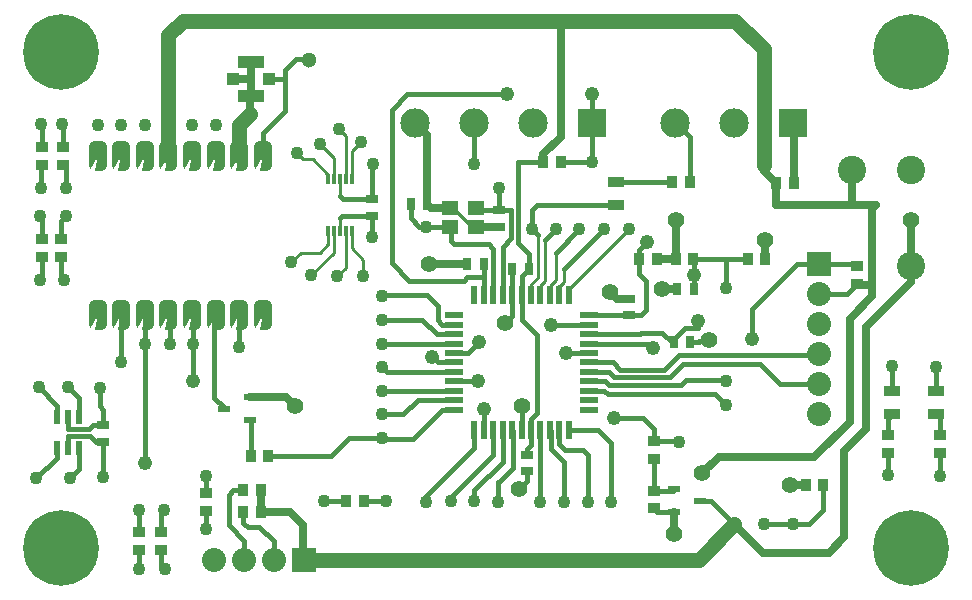
<source format=gtl>
G04 DesignSpark PCB Gerber Version 10.0 Build 5299*
G04 #@! TF.Part,Single*
G04 #@! TF.FileFunction,Copper,L1,Top*
G04 #@! TF.FilePolarity,Positive*
%FSLAX35Y35*%
%MOIN*%
G04 #@! TA.AperFunction,ComponentPad*
%AMT70*0 Rounded Rectangle Pad at angle 0*4,1,56,-0.00984,-0.04921,0.00984,-0.04921,0.01222,-0.04907,0.01456,-0.04864,0.01682,-0.04793,0.01899,-0.04696,0.02103,-0.04573,0.02290,-0.04426,0.02458,-0.04258,0.02604,-0.04071,0.02727,-0.03868,0.02825,-0.03651,0.02896,-0.03424,0.02939,-0.03190,0.02953,-0.02953,0.02953,0.02953,0.02939,0.03190,0.02896,0.03424,0.02825,0.03651,0.02727,0.03868,0.02604,0.04071,0.02458,0.04258,0.02290,0.04426,0.02103,0.04573,0.01899,0.04696,0.01682,0.04793,0.01456,0.04864,0.01222,0.04907,0.00984,0.04921,-0.00984,0.04921,-0.01222,0.04907,-0.01456,0.04864,-0.01682,0.04793,-0.01899,0.04696,-0.02103,0.04573,-0.02290,0.04426,-0.02458,0.04258,-0.02604,0.04071,-0.02727,0.03868,-0.02825,0.03651,-0.02896,0.03424,-0.02939,0.03190,-0.02953,0.02953,-0.02953,-0.02953,-0.02939,-0.03190,-0.02896,-0.03424,-0.02825,-0.03651,-0.02727,-0.03868,-0.02604,-0.04071,-0.02458,-0.04258,-0.02290,-0.04426,-0.02103,-0.04573,-0.01899,-0.04696,-0.01682,-0.04793,-0.01456,-0.04864,-0.01222,-0.04907,-0.00984,-0.04921,0*%
%ADD70T70*%
G04 #@! TA.AperFunction,SMDPad,CuDef*
%ADD81R,0.01457X0.03543*%
%ADD80R,0.02165X0.04724*%
%ADD71R,0.02200X0.05900*%
%ADD28R,0.03071X0.03858*%
%ADD23R,0.03346X0.03937*%
G04 #@! TA.AperFunction,ComponentPad*
%ADD77R,0.09800X0.09800*%
%ADD72R,0.08000X0.08000*%
G04 #@! TD.AperFunction*
%ADD13C,0.01000*%
%ADD15C,0.01500*%
%ADD16C,0.02500*%
G04 #@! TA.AperFunction,ComponentPad*
%ADD74C,0.04331*%
G04 #@! TA.AperFunction,ViaPad*
%ADD19C,0.04800*%
G04 #@! TD.AperFunction*
%ADD17C,0.05000*%
G04 #@! TA.AperFunction,ComponentPad*
%ADD76C,0.05118*%
G04 #@! TA.AperFunction,ViaPad*
%ADD18C,0.05600*%
G04 #@! TA.AperFunction,SMDPad,CuDef*
%ADD20R,0.05900X0.02200*%
%ADD25R,0.04134X0.02362*%
%ADD27R,0.03858X0.03071*%
%ADD24R,0.03937X0.03346*%
%ADD29R,0.05512X0.03543*%
%ADD22R,0.04134X0.03937*%
%ADD21R,0.08661X0.04134*%
%ADD26R,0.05512X0.04724*%
G04 #@! TA.AperFunction,ComponentPad*
%ADD73C,0.08000*%
%ADD79C,0.09449*%
%ADD78C,0.09800*%
%ADD75C,0.25197*%
G04 #@! TD.AperFunction*
X0Y0D02*
D02*
D13*
X104974Y121510D02*
Y117179D01*
X102219Y114423D01*
X95919D01*
X92770Y111274D01*
X104974Y138833D02*
Y140407D01*
X99856Y145526D01*
X96707D01*
X94738Y147494D01*
X106943Y121510D02*
Y114423D01*
X99463Y106943D01*
X106943Y138833D02*
Y145919D01*
X102219Y150644D01*
X108911Y125841D02*
Y121510D01*
Y133321D02*
Y138833D01*
X110880Y121510D02*
Y109305D01*
X108124Y106549D01*
X110880Y138833D02*
Y153400D01*
X108518Y155762D01*
X112848Y121510D02*
Y115998D01*
X116785Y112061D01*
Y106549D01*
X112848Y138833D02*
Y148281D01*
X115998Y151431D01*
X154187Y123085D02*
X153006D01*
X146707Y129384D01*
X145526D01*
X172691Y100250D02*
Y103793D01*
X175053Y106156D01*
Y120329D01*
X175841Y100250D02*
Y103400D01*
X177415Y104974D01*
Y118754D01*
X178990Y100250D02*
Y103400D01*
X180959Y105368D01*
Y114423D01*
X182140Y103006D02*
X183715Y104581D01*
Y108911D01*
X185289Y102219D02*
X205368Y122297D01*
D02*
D15*
X9305Y136077D02*
Y143360D01*
X9699Y143754D01*
Y113045D02*
Y106156D01*
X8911Y105368D01*
X9699Y118951D02*
Y125841D01*
X8911Y126628D01*
X9699Y149659D02*
Y156943D01*
X9305Y157337D01*
X14620Y49463D02*
Y46116D01*
X7730Y39226D01*
X14620Y59699D02*
Y63439D01*
X8518Y69541D01*
X15998Y113045D02*
Y106549D01*
X17179Y105368D01*
X15998Y118951D02*
Y125053D01*
X17573Y126628D01*
X16785Y149659D02*
Y156943D01*
X16392Y157337D01*
X17573Y136077D02*
Y142967D01*
X16785Y143754D01*
X22100Y49463D02*
Y42179D01*
X19148Y39226D01*
X22100Y59699D02*
Y65801D01*
X18360Y69541D01*
X30171Y39620D02*
Y51431D01*
X27809D01*
X25841Y53400D01*
X18360D01*
Y49463D01*
X30171Y56943D02*
Y62061D01*
X28990Y63242D01*
Y69148D01*
X30171Y56943D02*
X26628D01*
X25447Y55762D01*
X18360D01*
Y59699D01*
X36077Y77809D02*
Y93557D01*
X41982Y15407D02*
Y8911D01*
Y21313D02*
Y28596D01*
X43951Y44344D02*
Y84108D01*
Y93557D01*
X49463Y15407D02*
Y10093D01*
X50644Y8911D01*
X49463Y21313D02*
Y27809D01*
X50250Y28596D01*
X52219Y84108D02*
Y93163D01*
X51825Y93557D01*
X60093Y71510D02*
Y84108D01*
Y93163D01*
X59699Y93557D01*
X64423Y22297D02*
Y28400D01*
Y40014D02*
Y34305D01*
X70329Y62455D02*
Y62848D01*
X67179Y65998D01*
Y93163D01*
X67573Y93557D01*
X75447Y82927D02*
Y93557D01*
X76825Y27809D02*
Y24463D01*
X78203Y23085D01*
X82140D01*
X86864Y18360D01*
Y12297D01*
X87100Y12061D01*
X76825Y35289D02*
X73478D01*
X71904Y33715D01*
Y23478D01*
X77022Y18360D01*
Y12140D01*
X77100Y12061D01*
X79187Y46707D02*
Y58518D01*
X78990Y58715D01*
X83321Y146707D02*
Y154187D01*
X90801Y161667D01*
Y172297D01*
X85388D02*
X90801D01*
Y175447D01*
X94344Y178990D01*
X98281D01*
X98675Y178596D01*
X103793Y31746D02*
X111077D01*
X116982D02*
X124266D01*
X119541Y126628D02*
Y119541D01*
Y126628D02*
X109699D01*
X108911Y125841D01*
X119541Y132140D02*
Y143557D01*
X119935Y143951D01*
X119541Y132140D02*
X110093D01*
X108911Y133321D01*
X123085Y52612D02*
X112061D01*
X106156Y46707D01*
X85093D01*
X137652Y31352D02*
Y33321D01*
X153793Y49463D01*
Y55368D01*
X137652Y123085D02*
X135289D01*
X132533Y125841D01*
Y130565D01*
X137652Y123085D02*
X145526D01*
X145919Y31746D02*
Y32927D01*
X160093Y47100D01*
Y55368D01*
X147100Y62061D02*
X143163D01*
X133321Y52219D01*
X123478D01*
X123085Y52612D01*
X147100Y65211D02*
X134896D01*
X130171Y60486D01*
X123085D01*
X147100Y68360D02*
X123085D01*
X147100Y71510D02*
X154974D01*
X147100Y74659D02*
X124659D01*
X123085Y76234D01*
X147100Y77809D02*
X141589D01*
X139620Y79778D01*
X147100Y80959D02*
X151825D01*
X155368Y84502D01*
X147100Y84108D02*
X123085D01*
X147100Y87258D02*
X141195D01*
X136470Y91982D01*
X123085D01*
X147100Y90407D02*
X143163D01*
X141589Y91982D01*
Y96707D01*
X138045Y100250D01*
X123478D01*
X123085Y99856D01*
X153793Y31746D02*
Y35289D01*
X163242Y44738D01*
Y55368D01*
X153793Y143951D02*
Y157730D01*
X156943Y55368D02*
Y62455D01*
Y100250D02*
Y106156D01*
Y110486D01*
X160093Y100250D02*
Y115604D01*
X158518Y117179D01*
X147100D01*
X145919Y118360D01*
Y122691D01*
X145526Y123085D01*
X161667Y31352D02*
Y38045D01*
X162061D01*
X166785Y42770D01*
Y54974D01*
X166392Y55368D01*
X162061Y128596D02*
X154974D01*
X154187Y129384D01*
X162061Y128596D02*
Y136077D01*
X163242Y100250D02*
Y116392D01*
X165998Y119148D01*
Y128596D01*
X162061D01*
X164817Y167179D02*
X131352D01*
X126234Y162061D01*
Y110880D01*
X132140Y104974D01*
X150250D01*
X151431Y106156D01*
X156943D01*
X166392Y100250D02*
Y108911D01*
Y100250D02*
Y93163D01*
X164030Y90801D01*
X169541Y55368D02*
Y63242D01*
Y100250D02*
Y106549D01*
X171904Y108911D01*
X171510Y41589D02*
Y38439D01*
X168754Y35683D01*
X171510Y47100D02*
Y49069D01*
X172691Y50250D01*
Y55368D01*
X171904Y108911D02*
Y114030D01*
X168360Y117573D01*
Y144738D01*
X176825D01*
X172691Y55368D02*
Y58911D01*
X174659Y60880D01*
Y86864D01*
X169541Y91982D01*
Y100250D01*
X175053Y120329D02*
X173085Y122297D01*
X175841Y31352D02*
Y39620D01*
Y55368D01*
X177415Y118754D02*
X180959Y122297D01*
Y114423D02*
X188833Y122297D01*
X182140Y100250D02*
Y103006D01*
X182730Y144738D02*
X193163D01*
X183715Y31352D02*
Y44738D01*
X179384Y49069D01*
Y54974D01*
X178990Y55368D01*
X183715Y108911D02*
X197100Y122297D01*
X185289Y100250D02*
Y102219D01*
X191589Y31352D02*
Y47100D01*
X190014Y48675D01*
X184108D01*
X182140Y50644D01*
Y55368D01*
X191982Y68360D02*
X197100D01*
X198281Y67179D01*
X234108D01*
X237652Y63636D01*
X191982Y71510D02*
X197494D01*
X198675Y70329D01*
X222691D01*
X224266Y71904D01*
X237258D01*
X237652Y71510D01*
X191982Y74659D02*
X198675D01*
X200250Y73085D01*
X219148D01*
X223478Y77415D01*
X249069D01*
X255762Y70722D01*
X268518D01*
X268754Y70486D01*
X191982Y77809D02*
X199856D01*
X202219Y75447D01*
X217179D01*
X221904Y80171D01*
X268439D01*
X268754Y80486D01*
X191982Y80959D02*
X184502D01*
X191982Y84108D02*
X213242D01*
Y82533D01*
X191982Y90407D02*
X179384D01*
X191982Y93557D02*
X205368D01*
X193163Y144738D02*
Y157730D01*
Y167179D01*
X199463Y31352D02*
Y51037D01*
X195132Y55368D01*
X185289D01*
X200250Y59305D02*
X210093D01*
X213636Y55762D01*
Y51628D01*
X201037Y130171D02*
X174659D01*
X173085Y128596D01*
Y122297D01*
X201037Y138045D02*
X219738D01*
X208715Y112455D02*
Y115407D01*
X211274Y117967D01*
X208715Y112455D02*
Y107140D01*
X210880Y104974D01*
Y95132D01*
X209305Y93557D01*
X205368D01*
X213636Y35093D02*
X219935D01*
X220329Y35486D01*
X213636Y45722D02*
Y35093D01*
Y51628D02*
X221707D01*
X221904Y51431D01*
X220329Y28006D02*
X214817D01*
X213636Y29187D01*
X220329Y84502D02*
Y85683D01*
X223872Y89226D01*
X228203D01*
Y91589D01*
X220329Y84502D02*
X219541D01*
X216392Y87652D01*
X209305D01*
X208911Y87258D01*
X191982D01*
X225644Y138045D02*
Y152809D01*
X220722Y157730D01*
X226825Y112455D02*
X237652D01*
X227022Y102219D02*
Y112258D01*
X226825Y112455D01*
X227022Y106943D02*
Y102219D01*
X228990Y31746D02*
X232533D01*
X240407Y23872D01*
X232140Y85289D02*
Y84896D01*
X228596D01*
Y84502D01*
X225841D01*
X237652Y102612D02*
Y112455D01*
X244935D01*
X246313Y85683D02*
Y95526D01*
X261274Y110486D01*
X268754D01*
X250250Y23872D02*
X260093D01*
X265211D01*
X269935Y28596D01*
Y36667D01*
X270132Y36864D01*
X268754Y100486D02*
X277848D01*
X281352Y103990D01*
X268754Y110486D02*
X280762D01*
X281352Y109896D01*
X291589Y40407D02*
Y47691D01*
Y53596D02*
Y58911D01*
X293163Y60486D01*
Y76628D02*
Y68360D01*
X307730Y76234D02*
Y68360D01*
X308911Y40014D02*
Y47691D01*
Y53596D02*
Y59305D01*
X307730Y60486D01*
D02*
D16*
X73498Y172297D02*
X79384D01*
X78990Y66195D02*
X90998D01*
X93951Y63242D01*
X78990Y160486D02*
Y166096D01*
X79384Y166490D01*
Y172297D01*
Y178104D01*
X82730Y27809D02*
X92376D01*
X96707Y23478D01*
Y12455D01*
X97100Y12061D01*
X82730Y27809D02*
Y35289D01*
X138045Y130565D02*
Y153793D01*
X134108Y157730D01*
X145526Y129384D02*
X139226D01*
X138045Y130565D01*
X151431Y110486D02*
X138833D01*
X154187Y123085D02*
X162061D01*
X176825Y144738D02*
Y147297D01*
X182533Y153006D01*
Y191589D01*
X205368Y99069D02*
X201431D01*
X199069Y101431D01*
X214620Y112455D02*
X220919D01*
X220329Y20722D02*
Y28006D01*
X220919Y112455D02*
Y125447D01*
X221510Y102219D02*
X216392D01*
X229778Y40801D02*
X235289Y46313D01*
X267179D01*
X278990Y58124D01*
Y92376D01*
X286470Y99856D01*
Y103793D01*
X250250Y143557D02*
Y141785D01*
X254384Y137652D01*
X250841Y112455D02*
Y118754D01*
X254384Y137652D02*
Y130171D01*
X279778D01*
X260289Y137652D02*
Y157533D01*
X260093Y157730D01*
X264226Y36864D02*
X258911D01*
X277022Y47888D02*
Y48281D01*
X284502Y55762D01*
Y89620D01*
X299463Y104581D01*
Y110093D01*
X277022Y47888D02*
Y19541D01*
X271904Y14423D01*
X249856D01*
X240407Y23872D01*
X279778Y141982D02*
Y130171D01*
X281352Y103990D02*
X281549Y103793D01*
X286470D01*
Y128990D01*
X287652Y130171D01*
X279778D01*
X299463Y110093D02*
Y125447D01*
D02*
D17*
X51825Y146707D02*
Y186864D01*
X56549Y191589D01*
X182533D01*
X75447Y146707D02*
Y156943D01*
X78990Y160486D01*
X97100Y12061D02*
X228596D01*
X240407Y23872D01*
X182533Y191589D02*
X240801D01*
X250250Y182140D01*
Y143557D01*
D02*
D18*
X93951Y63242D03*
X138833Y110486D03*
X164030Y90801D03*
X168754Y35683D03*
X169541Y63242D03*
X199069Y101431D03*
X216392Y102219D03*
X220329Y20722D03*
X220919Y125447D03*
X229778Y40801D03*
X232140Y85289D03*
X250841Y118754D03*
X258911Y36864D03*
X299463Y125447D03*
D02*
D19*
X43951Y44344D03*
X60093Y71510D03*
X139620Y79778D03*
X154974Y71510D03*
X155368Y84502D03*
X156943Y62455D03*
X164817Y167179D03*
X179384Y90407D03*
X184502Y80959D03*
X193163Y167179D03*
X200250Y59305D03*
X211274Y117967D03*
X213242Y82533D03*
X227022Y106943D03*
X228203Y91589D03*
X246313Y85683D03*
D02*
D70*
X28203Y93557D03*
Y146707D03*
X36077Y93557D03*
Y146707D03*
X43951Y93557D03*
Y146707D03*
X51825Y93557D03*
Y146707D03*
X59699Y93557D03*
Y146707D03*
X67573Y93557D03*
Y146707D03*
X75447Y93557D03*
Y146707D03*
X83321Y93557D03*
Y146707D03*
D02*
D71*
X153793Y55368D03*
Y100250D03*
X156943Y55368D03*
Y100250D03*
X160093Y55368D03*
Y100250D03*
X163242Y55368D03*
Y100250D03*
X166392Y55368D03*
Y100250D03*
X169541Y55368D03*
Y100250D03*
X172691Y55368D03*
Y100250D03*
X175841Y55368D03*
Y100250D03*
X178990Y55368D03*
Y100250D03*
X182140Y55368D03*
Y100250D03*
X185289Y55368D03*
Y100250D03*
D02*
D20*
X147100Y62061D03*
Y65211D03*
Y68360D03*
Y71510D03*
Y74659D03*
Y77809D03*
Y80959D03*
Y84108D03*
Y87258D03*
Y90407D03*
Y93557D03*
X191982Y62061D03*
Y65211D03*
Y68360D03*
Y71510D03*
Y74659D03*
Y77809D03*
Y80959D03*
Y84108D03*
Y87258D03*
Y90407D03*
Y93557D03*
D02*
D21*
X79384Y166490D03*
Y178104D03*
D02*
D22*
X73498Y172297D03*
X85388D03*
D02*
D23*
X76825Y27809D03*
Y35289D03*
X79187Y46707D03*
X82730Y27809D03*
Y35289D03*
X85093Y46707D03*
X111077Y31746D03*
X116982D03*
X176825Y144738D03*
X182730D03*
X208715Y112455D03*
X214620D03*
X219738Y138045D03*
X220919Y112455D03*
X225644Y138045D03*
X226825Y112455D03*
X244935D03*
X250841D03*
X254384Y137652D03*
X260289D03*
X264226Y36864D03*
X270132D03*
D02*
D24*
X9699Y113045D03*
Y118951D03*
Y143754D03*
Y149659D03*
X15998Y113045D03*
Y118951D03*
X16785Y143754D03*
Y149659D03*
X41982Y15407D03*
Y21313D03*
X49463Y15407D03*
Y21313D03*
X64423Y28400D03*
Y34305D03*
X213636Y29187D03*
Y35093D03*
Y45722D03*
Y51628D03*
X281352Y103990D03*
Y109896D03*
X291589Y47691D03*
Y53596D03*
X308911Y47691D03*
Y53596D03*
D02*
D25*
X70329Y62455D03*
X78990Y58715D03*
Y66195D03*
X220329Y28006D03*
Y35486D03*
X228990Y31746D03*
D02*
D26*
X145526Y123085D03*
Y129384D03*
X154187Y123085D03*
Y129384D03*
D02*
D27*
X30171Y51431D03*
Y56943D03*
X119541Y126628D03*
Y132140D03*
X162061Y123085D03*
Y128596D03*
X171510Y41589D03*
Y47100D03*
X205368Y93557D03*
Y99069D03*
D02*
D28*
X132533Y130565D03*
X138045D03*
X151431Y110486D03*
X156943D03*
X166392Y108911D03*
X171904D03*
X220329Y84502D03*
X221510Y102219D03*
X225841Y84502D03*
X227022Y102219D03*
D02*
D29*
X201037Y130171D03*
Y138045D03*
X293163Y60486D03*
Y68360D03*
X307730Y60486D03*
Y68360D03*
D02*
D72*
X97100Y12061D03*
X268754Y110486D03*
D02*
D73*
X67100Y12061D03*
X77100D03*
X87100D03*
X268754Y60486D03*
Y70486D03*
Y80486D03*
Y90486D03*
Y100486D03*
D02*
D74*
X7730Y39226D03*
X8518Y69541D03*
X8911Y105368D03*
Y126628D03*
X9305Y136077D03*
Y157337D03*
X16392D03*
X17179Y105368D03*
X17573Y126628D03*
Y136077D03*
X18360Y69541D03*
X19148Y39226D03*
X28203Y156943D03*
X28990Y69148D03*
X30171Y39620D03*
X36077Y77809D03*
Y156943D03*
X41982Y8911D03*
Y28596D03*
X43951Y84108D03*
Y156943D03*
X50250Y28596D03*
X50644Y8911D03*
X52219Y84108D03*
X59699Y156943D03*
X60093Y84108D03*
X64423Y22297D03*
Y40014D03*
X67573Y156943D03*
X75447Y82927D03*
X92770Y111274D03*
X94738Y147494D03*
X99463Y106943D03*
X102219Y150644D03*
X103793Y31746D03*
X108124Y106549D03*
X108518Y155762D03*
X115998Y151431D03*
X116785Y106549D03*
X119541Y119541D03*
X119935Y143951D03*
X123085Y52612D03*
Y60486D03*
Y68360D03*
Y76234D03*
Y84108D03*
Y91982D03*
Y99856D03*
X124266Y31746D03*
X137652Y31352D03*
Y123085D03*
X145919Y31746D03*
X153793D03*
Y143951D03*
X161667Y31352D03*
X162061Y136077D03*
X173085Y122297D03*
X175841Y31352D03*
X180959Y122297D03*
X183715Y31352D03*
X188833Y122297D03*
X191589Y31352D03*
X193163Y144738D03*
X197100Y122297D03*
X199463Y31352D03*
X205368Y122297D03*
X221904Y51431D03*
X237652Y63636D03*
Y71510D03*
Y102612D03*
X240407Y23872D03*
X250250D03*
X260093D03*
X291589Y40407D03*
X293163Y76628D03*
X307730Y76234D03*
X308911Y40014D03*
D02*
D75*
X15998Y15998D03*
Y181352D03*
X299463Y15998D03*
Y181352D03*
D02*
D76*
X98675Y178596D03*
D02*
D77*
X193163Y157730D03*
X260093D03*
D02*
D78*
X134108D03*
X153793D03*
X173478D03*
X220722D03*
X240407D03*
D02*
D79*
X279778Y141982D03*
X299463Y110093D03*
Y141982D03*
D02*
D80*
X14620Y49463D03*
Y59699D03*
X18360Y49463D03*
Y59699D03*
X22100Y49463D03*
Y59699D03*
D02*
D81*
X104974Y121510D03*
Y138833D03*
X106943Y121510D03*
Y138833D03*
X108911Y121510D03*
Y138833D03*
X110880Y121510D03*
Y138833D03*
X112848Y121510D03*
Y138833D03*
X0Y0D02*
M02*

</source>
